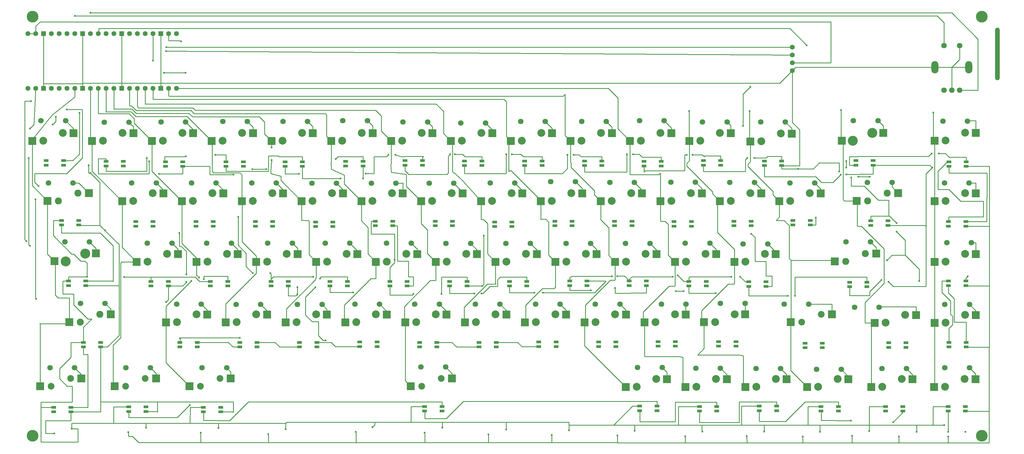
<source format=gbl>
G04 Layer: BottomLayer*
G04 EasyEDA v6.5.48, 2025-03-21 03:43:35*
G04 8df40c406dd64a40a88ac0f89ec13ad7,969951738f564c6b9e5867b4eeab67b3,10*
G04 Gerber Generator version 0.2*
G04 Scale: 100 percent, Rotated: No, Reflected: No *
G04 Dimensions in inches *
G04 leading zeros omitted , absolute positions ,3 integer and 6 decimal *
%FSLAX36Y36*%
%MOIN*%

%AMMACRO1*21,1,$1,$2,0,0,$3*%
%ADD10C,0.0100*%
%ADD11R,0.0630X0.0323*%
%ADD12MACRO1,0.0984X0.1004X0.0000*%
%ADD13C,0.1000*%
%ADD14C,0.0900*%
%ADD15C,0.0709*%
%ADD16C,0.1500*%
%ADD17C,0.0860*%
%ADD18C,0.1270*%
%ADD19C,0.0630*%
%ADD20O,0.09055099999999999X0.15747999999999998*%
%ADD21R,0.0630X0.0630*%
%ADD22O,0.059054999999999996X0.674999*%
%ADD23C,0.0244*%
%ADD24C,0.0159*%

%LPD*%
D10*
X9180240Y840000D02*
G01*
X9150000Y809760D01*
X9150000Y440000D01*
X9365240Y224760D01*
X9365240Y65000D01*
X10335240Y535470D02*
G01*
X10405000Y535470D01*
X10405000Y630000D01*
X9970000Y1295000D02*
G01*
X9970000Y1255000D01*
X10180493Y1255000D01*
X10180493Y1255000D02*
G01*
X10375000Y1255000D01*
X10450000Y1330000D01*
X10705000Y1330000D01*
X10705000Y1220000D01*
X11550000Y150000D02*
G01*
X11380000Y150000D01*
X11315000Y85000D01*
X11440000Y450000D02*
G01*
X11550000Y340000D01*
X11550000Y150000D01*
X11340000Y650000D02*
G01*
X11350000Y650000D01*
X11440000Y560000D01*
X10795000Y1270000D02*
G01*
X10795000Y1355000D01*
X11025000Y1035000D02*
G01*
X10860000Y1035000D01*
X10860000Y1145000D01*
X11109799Y589499D02*
G01*
X11109799Y650000D01*
X11340000Y650000D01*
X11340000Y855000D01*
X11205000Y855000D01*
X11025000Y1035000D01*
X11815000Y520000D02*
G01*
X11815000Y-250000D01*
X11395000Y-250000D01*
X11335000Y-190000D01*
X11895000Y1270000D02*
G01*
X11815000Y1190000D01*
X11815000Y520000D01*
X11804530Y530470D01*
X11330240Y530470D01*
X1250000Y530500D02*
G01*
X1495000Y285500D01*
X1495000Y-239529D01*
X1070240Y-239529D01*
X1440200Y-1525000D02*
G01*
X1420000Y-1504800D01*
X1420000Y-1000000D01*
X1515000Y-905000D01*
X1515000Y50000D01*
X1530000Y65000D01*
X1720200Y65000D01*
X1250000Y1010000D02*
G01*
X1250000Y1080000D01*
X1130000Y1200000D01*
X980240Y530470D02*
G01*
X1250000Y530470D01*
X1250000Y1010000D01*
X12625000Y520500D02*
G01*
X12625000Y-250000D01*
X12619530Y-244529D01*
X12325240Y-244529D01*
X12330200Y1285500D02*
G01*
X12625000Y1285500D01*
X12625000Y520500D01*
X12325200Y520500D01*
X12550000Y640000D02*
G01*
X12104799Y639800D01*
X12104799Y579499D01*
X12109759Y1344529D02*
G01*
X12089530Y1344529D01*
X11970000Y1225000D01*
X11970000Y990000D01*
X12110000Y990000D01*
X12260000Y840000D01*
X12550000Y840000D01*
X12550000Y640000D01*
X12109799Y1285500D02*
G01*
X12109799Y1200000D01*
X12595000Y1200000D01*
X12594499Y579499D01*
X12325200Y579499D01*
X11980000Y1450000D02*
G01*
X12065000Y1450000D01*
X12110000Y1405000D01*
X12330200Y1404800D01*
X12330200Y1344499D01*
X10919759Y1300470D02*
G01*
X10835000Y1300470D01*
X10835000Y1410000D01*
X10945000Y1410000D01*
X10950000Y1415000D01*
X11850000Y1415000D01*
X11885000Y1450000D01*
X11140240Y1300470D02*
G01*
X11864530Y1300470D01*
X11895000Y1270000D01*
X10950000Y1155000D02*
G01*
X11095000Y1155000D01*
X9749760Y1295470D02*
G01*
X9749760Y1155000D01*
X10405000Y1155000D01*
X10480000Y1080000D01*
X10625000Y1080000D01*
X10725000Y1180000D01*
X10795000Y1185000D02*
G01*
X11140200Y1185199D01*
X11140200Y1300500D01*
X9620000Y1395000D02*
G01*
X9770000Y1395000D01*
X9790000Y1415000D01*
X9970200Y1414800D01*
X9970200Y1354499D01*
X8969759Y1300470D02*
G01*
X8969759Y1220000D01*
X9505000Y1220000D01*
X9505000Y1370000D01*
X9530000Y1395000D01*
X10105000Y2510000D02*
G01*
X10105000Y1850000D01*
X10200000Y1755000D01*
X10200000Y1295000D01*
X10195000Y1295000D01*
X9970000Y1295000D01*
X8830000Y1435000D02*
G01*
X8955000Y1435000D01*
X8980000Y1410000D01*
X8990000Y1420000D01*
X9190200Y1419800D01*
X9190200Y1359499D01*
X8209759Y1290470D02*
G01*
X8209759Y1215000D01*
X8224759Y1230000D01*
X8730000Y1230000D01*
X8730000Y1435000D01*
X8755000Y1435000D01*
X8070000Y1440000D02*
G01*
X8150000Y1440000D01*
X8185000Y1405000D01*
X8430200Y1404800D01*
X8430200Y1349499D01*
X7449759Y1295470D02*
G01*
X7449759Y1215000D01*
X7990000Y1215000D01*
X7990000Y1440000D01*
X7310000Y1435000D02*
G01*
X7380000Y1435000D01*
X7405000Y1410000D01*
X7670200Y1409800D01*
X7670200Y1354499D01*
X6684759Y1295470D02*
G01*
X6684759Y1195000D01*
X7165000Y1195000D01*
X7230000Y1260000D01*
X7230000Y1435000D01*
X6520000Y1440000D02*
G01*
X6635000Y1440000D01*
X6665000Y1410000D01*
X6905200Y1409800D01*
X6905200Y1354499D01*
X5914759Y1295470D02*
G01*
X5914759Y1195000D01*
X6445000Y1195000D01*
X6445000Y1440000D01*
X5790000Y1440000D02*
G01*
X5890000Y1440000D01*
X5920000Y1410000D01*
X6135200Y1409800D01*
X6135200Y1354499D01*
X5154759Y1300470D02*
G01*
X5154759Y1230239D01*
X5200000Y1185000D01*
X5690000Y1185000D01*
X5705000Y1200000D01*
X5705000Y1415000D01*
X5730000Y1440000D01*
X5030000Y1435000D02*
G01*
X5105000Y1410000D01*
X5145000Y1410000D01*
X5150000Y1410000D01*
X5160000Y1415000D01*
X5390000Y1415000D01*
X5375240Y1400239D01*
X5375240Y1359529D01*
X4650000Y1195000D02*
G01*
X4755000Y1195000D01*
X4755000Y1410000D01*
X4915000Y1410000D01*
X4940000Y1435000D01*
X4650000Y1195000D02*
G01*
X4755000Y1195000D01*
X4755000Y1410000D01*
X4265000Y1380000D02*
G01*
X4295000Y1410000D01*
X4615200Y1409800D01*
X4615200Y1349499D01*
X3619759Y1285470D02*
G01*
X3619759Y1190000D01*
X3795000Y1190000D01*
X4615000Y1130000D02*
G01*
X4615200Y1290500D01*
X3840240Y1285470D02*
G01*
X3840240Y1130000D01*
X4330000Y1130000D01*
X5155200Y-710000D02*
G01*
X5145000Y-699800D01*
X5145000Y-505000D01*
X5475200Y-174800D01*
X5545200Y-174800D01*
X5545200Y65000D01*
X5920200Y-710000D02*
G01*
X5910000Y-699800D01*
X5910000Y-515000D01*
X6205000Y-220000D01*
X6315000Y-220000D01*
X6310200Y-215199D01*
X6310200Y65000D01*
X6685200Y-710000D02*
G01*
X6695000Y-700199D01*
X6695000Y-490000D01*
X6910000Y-275000D01*
X7060000Y-275000D01*
X7075200Y-259800D01*
X7075200Y65000D01*
X7450200Y-710000D02*
G01*
X7460000Y-700199D01*
X7460000Y-490000D01*
X7780000Y-170000D01*
X7835000Y-170000D01*
X7840200Y-164800D01*
X7840200Y65000D01*
X8215200Y-710000D02*
G01*
X8200000Y-694800D01*
X8200000Y-575000D01*
X8530000Y-245000D01*
X8600000Y-245000D01*
X8605200Y-239800D01*
X8605200Y65000D01*
X8975200Y-705000D02*
G01*
X8945000Y-674800D01*
X8945000Y-560000D01*
X9285000Y-220000D01*
X9355000Y-220000D01*
X9365200Y-209800D01*
X9365200Y65000D01*
X10930200Y845000D02*
G01*
X10935000Y840199D01*
X10935000Y525000D01*
X10940000Y520000D01*
X10990000Y520000D01*
X11280000Y230000D01*
X11280000Y-210000D01*
X11035000Y-455000D01*
X11035000Y-715000D01*
X11160200Y-715000D01*
X9940200Y840000D02*
G01*
X9860000Y920199D01*
X9860000Y965000D01*
X9540000Y1285000D01*
X9540000Y1315000D01*
X9570200Y1345199D01*
X9570200Y1605000D01*
X9180200Y840000D02*
G01*
X9085000Y935199D01*
X9085000Y960000D01*
X8755000Y1290000D01*
X8755000Y1325000D01*
X8790200Y1360199D01*
X8790200Y1610000D01*
X8030000Y1610000D02*
G01*
X8030000Y1180000D01*
X8400000Y1180000D01*
X8420200Y1200199D01*
X8420200Y840000D01*
X7655200Y840000D02*
G01*
X7575000Y920199D01*
X7575000Y975000D01*
X7275000Y1275000D01*
X7275000Y1335000D01*
X7270200Y1339800D01*
X7270200Y1610000D01*
X6505200Y1610000D02*
G01*
X6480000Y1584800D01*
X6480000Y1220000D01*
X6490000Y1230000D01*
X6510000Y1230000D01*
X6890200Y849800D01*
X6890200Y840000D01*
X5740240Y1610000D02*
G01*
X5760000Y1590239D01*
X5760000Y1225000D01*
X5770000Y1205000D01*
X5785000Y1200000D01*
X5890000Y1105000D01*
X6125240Y840000D01*
X5360200Y840000D02*
G01*
X5170000Y1030199D01*
X5170000Y1185000D01*
X4975000Y1210000D01*
X4970000Y1310000D01*
X4975200Y1315199D01*
X4975200Y1610000D01*
X4595200Y840000D02*
G01*
X4375000Y1060199D01*
X4375000Y1175000D01*
X4210000Y1250000D01*
X4205000Y1335000D01*
X4210200Y1340199D01*
X4210200Y1610000D01*
X10105000Y2710000D02*
G01*
X2095000Y2760000D01*
X465000Y1035000D02*
G01*
X415000Y1085000D01*
X415000Y1195000D01*
X825000Y1195000D01*
X1025000Y1395000D01*
X1025000Y2015000D01*
X825000Y2015000D01*
X2290000Y2885000D02*
G01*
X2280000Y2895000D01*
X2130000Y2895000D01*
X2131059Y2896060D01*
X2131059Y2983380D01*
X1930000Y2640000D02*
G01*
X1931059Y2641060D01*
X1931059Y2983380D01*
X2345000Y2485000D02*
G01*
X2070000Y2485000D01*
X10740240Y1615000D02*
G01*
X10730000Y1625239D01*
X10730000Y2015000D01*
X11925240Y1615000D02*
G01*
X11910000Y1630239D01*
X11910000Y1975000D01*
X9570240Y1605000D02*
G01*
X9560000Y1615239D01*
X9560000Y1995000D01*
X8790240Y1610000D02*
G01*
X8785000Y1615239D01*
X8785000Y1995000D01*
X7270240Y1610000D02*
G01*
X7200000Y1680239D01*
X7200000Y2210000D01*
X7175000Y2185000D01*
X2135000Y2185000D01*
X2131059Y2188939D01*
X2131059Y2283389D01*
X8030240Y1610000D02*
G01*
X7875000Y1765239D01*
X7875000Y2160000D01*
X7751610Y2283389D01*
X2231059Y2283389D01*
X6505240Y1610000D02*
G01*
X6450000Y1665239D01*
X6450000Y2115000D01*
X6420000Y2145000D01*
X1930000Y2145000D01*
X1931059Y2146060D01*
X1931059Y2283389D01*
X5740240Y1610000D02*
G01*
X5645000Y1705239D01*
X5645000Y1990000D01*
X5550000Y2085000D01*
X1830000Y2085000D01*
X1831059Y2086060D01*
X1831059Y2283389D01*
X4975240Y1610000D02*
G01*
X4850000Y1735239D01*
X4850000Y1930000D01*
X4775000Y2005000D01*
X2470000Y2005000D01*
X2440000Y2035000D01*
X1745000Y2035000D01*
X1731059Y2048939D01*
X1731059Y2283389D01*
X4210240Y1610000D02*
G01*
X4150000Y1670239D01*
X4150000Y1945000D01*
X4135000Y1960000D01*
X2455000Y1960000D01*
X2415000Y2000000D01*
X1715000Y2000000D01*
X1655000Y2060000D01*
X1630000Y2060000D01*
X1631059Y2061060D01*
X1631059Y2283389D01*
X3445240Y1610000D02*
G01*
X3355000Y1700239D01*
X3355000Y1855000D01*
X3290000Y1920000D01*
X2435000Y1920000D01*
X2390000Y1965000D01*
X1715000Y1965000D01*
X1660000Y2020000D01*
X1425000Y2020000D01*
X1431069Y2026069D01*
X1431069Y2283389D01*
X2680240Y1610000D02*
G01*
X2365240Y1925000D01*
X1710000Y1925000D01*
X1660000Y1975000D01*
X1655000Y1980000D01*
X1645000Y1985000D01*
X1325000Y1985000D01*
X1331069Y1991069D01*
X1331069Y2283389D01*
X435000Y-410000D02*
G01*
X425000Y-400000D01*
X425000Y865000D01*
X645000Y1820000D02*
G01*
X685000Y1860000D01*
X685000Y1920000D01*
X385199Y1610000D02*
G01*
X385199Y1630199D01*
X640000Y1945000D01*
X930000Y2175000D01*
X930000Y2282300D01*
X931099Y2283400D01*
X355000Y270000D02*
G01*
X340000Y285000D01*
X340000Y1395000D01*
X5124799Y940000D02*
G01*
X5125000Y1075000D01*
X5120000Y1070000D01*
X5037500Y1070000D01*
X310000Y330000D02*
G01*
X290000Y350000D01*
X290000Y2120000D01*
X370000Y2120000D01*
X11160240Y-715000D02*
G01*
X11115240Y-760000D01*
X11115240Y-1535000D01*
X10740240Y1615000D02*
G01*
X10755000Y1600239D01*
X10755000Y860000D01*
X10770000Y845000D01*
X10930240Y845000D01*
X11925240Y1615000D02*
G01*
X11925240Y840000D01*
X11925240Y840000D02*
G01*
X11925240Y65000D01*
X11925240Y65000D02*
G01*
X11925240Y-715000D01*
X11920240Y-1535000D02*
G01*
X11925240Y-1530000D01*
X11925240Y-715000D01*
X10295240Y-1535000D02*
G01*
X10085240Y-1325000D01*
X10085240Y-705000D01*
X10085200Y-705000D02*
G01*
X10090000Y-700199D01*
X10090000Y85000D01*
X10158300Y85000D01*
X10650240Y70000D02*
G01*
X10635240Y85000D01*
X10090000Y85000D01*
X10065000Y110000D01*
X10065000Y530000D01*
X10000000Y595000D01*
X9900000Y595000D01*
X9940240Y635239D01*
X9940240Y840000D01*
X9504759Y-605000D02*
G01*
X9502479Y-602719D01*
X9502479Y-465000D01*
X8605240Y65000D02*
G01*
X8520000Y150239D01*
X8520000Y545000D01*
X8480000Y585000D01*
X8425000Y585000D01*
X8420240Y589760D01*
X8420240Y840000D01*
X7840240Y65000D02*
G01*
X7760000Y145239D01*
X7760000Y500000D01*
X7655240Y604760D01*
X7655240Y840000D01*
X7975240Y-1535000D02*
G01*
X7450240Y-1010000D01*
X7450240Y-710000D01*
X7075240Y65000D02*
G01*
X6990000Y150239D01*
X6990000Y575000D01*
X6955000Y610000D01*
X6885000Y610000D01*
X6890240Y615239D01*
X6890240Y840000D01*
X6310200Y65000D02*
G01*
X6210000Y165199D01*
X6210000Y555000D01*
X6160000Y605000D01*
X6125200Y605199D01*
X6125200Y840000D01*
X5225240Y-1525000D02*
G01*
X5155240Y-1455000D01*
X5155240Y-710000D01*
X5545240Y65000D02*
G01*
X5440000Y170239D01*
X5440000Y475000D01*
X5360240Y554760D01*
X5360240Y840000D01*
X4780240Y65000D02*
G01*
X4680000Y165239D01*
X4680000Y505000D01*
X4595240Y589760D01*
X4595240Y840000D01*
X4015200Y65000D02*
G01*
X3925000Y155199D01*
X3925000Y585000D01*
X3915000Y595000D01*
X3830200Y595199D01*
X3830200Y840000D01*
X3065240Y840000D02*
G01*
X3070000Y835239D01*
X3070000Y320000D01*
X3250240Y139760D01*
X3250240Y65000D01*
X355000Y1770000D02*
G01*
X405000Y1820000D01*
X431069Y2283389D01*
X431100Y2283400D01*
X11459760Y945000D02*
G01*
X11382479Y1022280D01*
X11382479Y1080000D01*
X2395240Y-1525000D02*
G01*
X2095240Y-1225000D01*
X2095240Y-710000D01*
X2300240Y840000D02*
G01*
X1915240Y1225000D01*
X1915240Y1610000D01*
X1915240Y1610000D02*
G01*
X1690000Y1835239D01*
X1690000Y1895000D01*
X1625000Y1960000D01*
X1230000Y1960000D01*
X1231069Y1961069D01*
X1231069Y2283389D01*
X1720240Y65000D02*
G01*
X1535240Y250000D01*
X1535240Y840000D01*
X1535240Y840000D02*
G01*
X1150240Y1225000D01*
X1150240Y1610000D01*
X1150240Y1610000D02*
G01*
X1131069Y1629169D01*
X1131069Y2283389D01*
X860240Y-705000D02*
G01*
X840240Y-725000D01*
X480000Y-725000D01*
X485239Y-730239D01*
X485239Y-1525000D01*
X670199Y75000D02*
G01*
X680000Y65199D01*
X680000Y-360000D01*
X715000Y-395000D01*
X860200Y-395199D01*
X860200Y-705000D01*
X580239Y845000D02*
G01*
X580239Y165000D01*
X670239Y75000D01*
X385239Y1610000D02*
G01*
X385239Y1040000D01*
X580239Y845000D01*
X12244989Y2259560D02*
G01*
X12480000Y2259560D01*
X12480000Y2915000D01*
X12145000Y3250000D01*
X1130000Y3250000D01*
X2031059Y2350000D02*
G01*
X9945000Y2350000D01*
X10105000Y2510000D01*
X2031059Y2283389D02*
G01*
X2031059Y2983380D01*
X12044989Y2830430D02*
G01*
X12044989Y3125010D01*
X11960000Y3210000D01*
X930000Y3210000D01*
X431100Y2983400D02*
G01*
X431100Y3081100D01*
X485000Y3135000D01*
X10600000Y3135000D01*
X10600000Y2610000D01*
X10105000Y2610000D01*
X10290000Y2835000D02*
G01*
X10075000Y3050000D01*
X1235000Y3050000D01*
X1235000Y2987300D01*
X1231099Y2983400D01*
X1031069Y2983380D02*
G01*
X1031069Y2340000D01*
X531069Y2983380D02*
G01*
X531069Y2338321D01*
X531069Y2283389D02*
G01*
X531069Y2345000D01*
X1031069Y2345000D01*
X1531069Y2983380D02*
G01*
X1531069Y2350000D01*
X1031069Y2283389D02*
G01*
X1031069Y2350000D01*
X1531069Y2350000D01*
X1531069Y2283389D02*
G01*
X1531069Y2350000D01*
X2031059Y2350000D01*
X10105000Y2810000D02*
G01*
X2100000Y2810000D01*
X331069Y2983380D02*
G01*
X431069Y2983380D01*
X6449759Y-610000D02*
G01*
X6449759Y-557280D01*
X6367479Y-475000D01*
X5754759Y-1425000D02*
G01*
X5754759Y-1362280D01*
X5672479Y-1280000D01*
X2924759Y-1425000D02*
G01*
X2924759Y-1342280D01*
X2872479Y-1290000D01*
X1969759Y-1425000D02*
G01*
X1969759Y-1362280D01*
X1897479Y-1290000D01*
X1014759Y-1425000D02*
G01*
X1014759Y-1377280D01*
X927479Y-1290000D01*
X1199759Y175000D02*
G01*
X1199759Y237719D01*
X1117479Y320000D01*
X2249759Y165000D02*
G01*
X2249759Y227719D01*
X2172479Y305000D01*
X3014759Y165000D02*
G01*
X3014759Y222719D01*
X2932479Y305000D01*
X3779759Y165000D02*
G01*
X3779759Y237719D01*
X3712479Y305000D01*
X4544759Y165000D02*
G01*
X4544759Y207719D01*
X4447479Y305000D01*
X5309759Y165000D02*
G01*
X5309759Y227719D01*
X5232479Y305000D01*
X6074759Y165000D02*
G01*
X6074759Y217719D01*
X5992479Y300000D01*
X6839759Y165000D02*
G01*
X6839759Y217719D01*
X6757479Y300000D01*
X7604759Y165000D02*
G01*
X7604759Y222719D01*
X7527479Y300000D01*
X8369759Y165000D02*
G01*
X8369759Y217719D01*
X8287479Y300000D01*
X9134759Y165000D02*
G01*
X9134759Y222719D01*
X9052479Y305000D01*
X9894759Y165000D02*
G01*
X9894759Y192719D01*
X9792479Y295000D01*
X11179759Y170000D02*
G01*
X11179759Y247719D01*
X11107479Y320000D01*
X10469759Y940000D02*
G01*
X10469759Y997719D01*
X10392479Y1075000D01*
X9709759Y940000D02*
G01*
X9709759Y992719D01*
X9622479Y1080000D01*
X8184759Y940000D02*
G01*
X8184759Y982719D01*
X8087479Y1080000D01*
X8949759Y940000D02*
G01*
X8949759Y1002719D01*
X8867479Y1085000D01*
X7419759Y940000D02*
G01*
X7419759Y1002719D01*
X7332479Y1090000D01*
X6654759Y940000D02*
G01*
X6654759Y977719D01*
X6557479Y1075000D01*
X5889759Y940000D02*
G01*
X5889759Y957719D01*
X5777479Y1070000D01*
X4359759Y940000D02*
G01*
X4359759Y987719D01*
X4277479Y1070000D01*
X3594759Y940000D02*
G01*
X3594759Y987719D01*
X3507479Y1075000D01*
X2829759Y940000D02*
G01*
X2829759Y982719D01*
X2737479Y1075000D01*
X2064759Y940000D02*
G01*
X2064759Y982719D01*
X1972479Y1075000D01*
X1109759Y945000D02*
G01*
X979759Y1075000D01*
X907479Y1075000D01*
X1389759Y-605000D02*
G01*
X1389759Y-537280D01*
X1317479Y-465000D01*
X2624759Y-610000D02*
G01*
X2624759Y-552280D01*
X2547479Y-475000D01*
X3389759Y-610000D02*
G01*
X3389759Y-562280D01*
X3307479Y-480000D01*
X4154759Y-610000D02*
G01*
X4154759Y-542280D01*
X4092479Y-480000D01*
X4919759Y-610000D02*
G01*
X4919759Y-567280D01*
X4827479Y-475000D01*
X5684759Y-610000D02*
G01*
X5684759Y-567280D01*
X5592479Y-475000D01*
X7214759Y-610000D02*
G01*
X7214759Y-552280D01*
X7137479Y-475000D01*
X7979759Y-610000D02*
G01*
X7979759Y-552280D01*
X7902479Y-475000D01*
X8744759Y-610000D02*
G01*
X8744759Y-477719D01*
X8747479Y-475000D01*
X10614759Y-605000D02*
G01*
X10614759Y-475000D01*
X10317479Y-475000D01*
X11689759Y-615000D02*
G01*
X11689759Y-510000D01*
X11222479Y-510000D01*
X11217479Y-515000D01*
X11928459Y2554839D02*
G01*
X10149840Y2554839D01*
X10105000Y2510000D01*
X12244989Y2830430D02*
G01*
X12244989Y2654839D01*
X12144989Y2554839D01*
X12144989Y2259560D02*
G01*
X12144989Y2554839D01*
X11928459Y2554839D02*
G01*
X12361530Y2554839D01*
X8504759Y-1435000D02*
G01*
X8504759Y-1347280D01*
X8442479Y-1285000D01*
X9269759Y-1435000D02*
G01*
X9269759Y-1377280D01*
X9187479Y-1295000D01*
X10034759Y-1435000D02*
G01*
X10034759Y-1377280D01*
X9957479Y-1300000D01*
X10824759Y-1435000D02*
G01*
X10824759Y-1402280D01*
X10732479Y-1310000D01*
X11644759Y-1435000D02*
G01*
X11644759Y-1377280D01*
X11567479Y-1300000D01*
X12449759Y-1435000D02*
G01*
X12449759Y-1367280D01*
X12372479Y-1290000D01*
X12454759Y-615000D02*
G01*
X12454759Y-562280D01*
X12372479Y-480000D01*
X12454759Y165000D02*
G01*
X12454759Y310000D01*
X12397479Y310000D01*
X12454759Y940000D02*
G01*
X12454759Y1075000D01*
X12367479Y1075000D01*
X12454759Y1715000D02*
G01*
X12454759Y1870000D01*
X12352479Y1870000D01*
X12347479Y1865000D01*
X11269759Y1715000D02*
G01*
X11269759Y1802719D01*
X11202479Y1870000D01*
X10099759Y1705000D02*
G01*
X10099759Y1772719D01*
X10017479Y1855000D01*
X9319759Y1710000D02*
G01*
X9319759Y1807719D01*
X9272479Y1855000D01*
X8559759Y1710000D02*
G01*
X8559759Y1777719D01*
X8467479Y1870000D01*
X7799759Y1710000D02*
G01*
X7799759Y1787719D01*
X7727479Y1860000D01*
X7034759Y1710000D02*
G01*
X7034759Y1772719D01*
X6947479Y1860000D01*
X6269759Y1710000D02*
G01*
X6269759Y1752719D01*
X6182479Y1840000D01*
X5504759Y1710000D02*
G01*
X5504759Y1792719D01*
X5442479Y1855000D01*
X4739759Y1710000D02*
G01*
X4739759Y1802719D01*
X4672479Y1870000D01*
X3974759Y1710000D02*
G01*
X3974759Y1792719D01*
X3907479Y1860000D01*
X3209759Y1710000D02*
G01*
X3209759Y1787719D01*
X3137479Y1860000D01*
X2444759Y1710000D02*
G01*
X2444759Y1757719D01*
X2347479Y1855000D01*
X1679759Y1710000D02*
G01*
X1679759Y1792719D01*
X1622479Y1850000D01*
X914759Y1710000D02*
G01*
X914759Y1767719D01*
X812479Y1870000D01*
X4390200Y-710000D02*
G01*
X4375000Y-694800D01*
X4375000Y-490000D01*
X4715200Y-149800D01*
X4780200Y-149800D01*
X4780200Y65000D01*
X3625200Y-710000D02*
G01*
X3635000Y-700199D01*
X3635000Y-535000D01*
X4010000Y-160000D01*
X4010000Y-145000D01*
X4015200Y-139800D01*
X4015200Y65000D01*
X3250200Y65000D02*
G01*
X3250200Y-84800D01*
X2860200Y-474800D01*
X2860200Y-710000D01*
X8740200Y-1535000D02*
G01*
X8705000Y-1499800D01*
X8705000Y-1155000D01*
X8670000Y-1145000D01*
X8215200Y-1145000D01*
X8215200Y-710000D01*
X9505200Y-1535000D02*
G01*
X9480000Y-1509800D01*
X9480000Y-1135000D01*
X9430000Y-1125000D01*
X8895000Y-1125000D01*
X8975200Y-1044800D01*
X8975200Y-705000D01*
X785240Y1359529D02*
G01*
X904530Y1359529D01*
X990000Y1445000D01*
X990000Y1970000D01*
X9475000Y1805000D02*
G01*
X9475000Y2210000D01*
X9570000Y2305000D01*
X1105000Y1300470D02*
G01*
X1105000Y1200000D01*
X1130000Y1200000D01*
X1329759Y1349529D02*
G01*
X1329759Y1385000D01*
X1230000Y1385000D01*
X1230000Y1190000D01*
X1880000Y1190000D01*
X1880000Y1350000D01*
X2310240Y1285470D02*
G01*
X2310240Y1190000D01*
X2005000Y1190000D01*
X1329759Y1290470D02*
G01*
X1329759Y1225000D01*
X1850000Y1225000D01*
X1850000Y1395000D01*
X2864760Y1344529D02*
G01*
X2864760Y1435000D01*
X2725000Y1435000D01*
X2080000Y1350000D02*
G01*
X2080000Y1410000D01*
X2345000Y1410000D01*
X2350000Y1415000D01*
X2310240Y1285470D02*
G01*
X2655000Y1285470D01*
X2655000Y1180000D01*
X2960000Y1180000D01*
X2680200Y1610000D02*
G01*
X2685000Y1605199D01*
X2685000Y1225000D01*
X2705000Y1205000D01*
X3040000Y1205000D01*
X3065200Y1179800D01*
X3065200Y840000D01*
X3830200Y840000D02*
G01*
X3565000Y1105199D01*
X3565000Y1160000D01*
X3435000Y1195000D01*
X3440000Y1315000D01*
X3445200Y1330199D01*
X3445200Y1365999D01*
X3445200Y1526700D02*
G01*
X3445200Y1610000D01*
X2864759Y1285470D02*
G01*
X2864759Y1225000D01*
X3405000Y1225000D01*
X3405000Y1420000D01*
X3530000Y1420000D01*
X3540000Y1410000D01*
X3840240Y1410000D01*
X3840240Y1344529D01*
X3200000Y1250000D02*
G01*
X3380000Y1250000D01*
X2485200Y65000D02*
G01*
X2485200Y114800D01*
X2300200Y299800D01*
X2300200Y840000D01*
X1085000Y-125000D02*
G01*
X1085000Y-125000D01*
X849799Y-125199D01*
X849799Y-180500D01*
X759800Y594499D02*
G01*
X655000Y594499D01*
X655000Y400000D01*
X890000Y165000D01*
X915000Y165000D01*
X1005000Y75000D01*
X1060000Y75000D01*
X1085000Y50000D01*
X1085000Y-125000D01*
X759760Y535470D02*
G01*
X759760Y435000D01*
X1255000Y435000D01*
X1420000Y270000D01*
X1420000Y-185000D01*
X1415469Y-180470D01*
X1070240Y-180470D01*
X1495000Y-239529D02*
G01*
X1495000Y-875000D01*
X1345469Y-1024529D01*
X1260240Y-1024529D01*
X1260200Y-1024499D02*
G01*
X1259799Y-1854499D01*
X880200Y-1854499D01*
X890200Y-2070500D02*
G01*
X970000Y-2070500D01*
X970000Y-2240000D01*
X495000Y-2240000D01*
X495500Y-1795500D01*
X659800Y-1795500D01*
X495500Y-1795500D02*
G01*
X495500Y-1730000D01*
X895000Y-1730000D01*
X895000Y-1525000D01*
X830000Y-1525000D01*
X735000Y-1430000D01*
X735000Y-1300000D01*
X880000Y-1155000D01*
X880500Y-965500D01*
X1039799Y-965500D01*
X1039759Y-965470D02*
G01*
X1039759Y-770239D01*
X1145000Y-665000D01*
X1095000Y-665000D01*
X915000Y-485000D01*
X915000Y-345000D01*
X775000Y-345000D01*
X775000Y-185000D01*
X779530Y-180470D01*
X849759Y-180470D01*
X2267500Y433099D02*
G01*
X2267500Y265000D01*
X2290000Y265000D01*
X2355000Y200000D01*
X2355000Y-97224D01*
X2125240Y-244529D02*
G01*
X2125240Y-419760D01*
X2095000Y-450000D01*
X1259861Y-1727719D02*
G01*
X1985000Y-1727719D01*
X1985000Y-1855000D01*
X1979530Y-1849529D01*
X1840240Y-1849529D01*
X1985000Y-1727719D02*
G01*
X2955000Y-1727719D01*
X2955000Y-1860000D01*
X2949530Y-1854529D01*
X2795240Y-1854529D01*
X1840000Y-2000000D02*
G01*
X2765000Y-2000000D01*
X2765000Y-2060000D01*
X2765000Y-2000000D02*
G01*
X3625000Y-2000000D01*
X3625000Y-2075000D01*
X3625000Y-2000000D02*
G01*
X3640000Y-1985000D01*
X4765000Y-1985000D01*
X4765000Y-2020000D01*
X4735000Y-2050000D01*
X4765000Y-1985000D02*
G01*
X5630000Y-1985000D01*
X5630000Y-2055000D01*
X5630000Y-1985000D02*
G01*
X6445000Y-1985000D01*
X6445000Y-2080000D01*
X2580000Y-155000D02*
G01*
X2580000Y-120000D01*
X2885200Y-120199D01*
X2885200Y-185500D01*
X3018189Y640000D02*
G01*
X3018189Y280000D01*
X3018189Y276810D01*
X3120000Y175000D01*
X3120000Y5000D01*
X3205000Y-80000D01*
X1911882Y-130000D02*
G01*
X1560000Y-130000D01*
X2355000Y-189499D02*
G01*
X2355000Y-200000D01*
X2309499Y-244499D01*
X2125200Y-244499D01*
X2095200Y-710000D02*
G01*
X2095200Y-504800D01*
X2420799Y-179200D01*
X2485200Y-114800D02*
G01*
X2485200Y65000D01*
X1904759Y-185470D02*
G01*
X1904759Y-130000D01*
X2470000Y-130000D01*
X2525469Y-185470D01*
X2664759Y-185470D01*
X2485200Y65000D02*
G01*
X2485200Y-114800D01*
X2499799Y-114800D01*
X2520000Y-135000D01*
X3660240Y-244529D02*
G01*
X3660240Y-370000D01*
X3755000Y-370000D01*
X3775000Y-350000D01*
X3439759Y-185470D02*
G01*
X3439759Y-89760D01*
X3430000Y-80000D01*
X3439759Y-185470D02*
G01*
X3439759Y-155239D01*
X3470000Y-125000D01*
X3980000Y-125000D01*
X4065000Y-150000D02*
G01*
X4065000Y-140000D01*
X4080000Y-125000D01*
X4415200Y-125199D01*
X4415200Y-185500D01*
X4194760Y-244529D02*
G01*
X4194760Y-325000D01*
X4490000Y-325000D01*
X5180240Y-244529D02*
G01*
X5260000Y-244529D01*
X5260000Y-125000D01*
X5195000Y-125000D01*
X5195000Y75000D01*
X5055000Y75000D01*
X5055000Y520000D01*
X5049530Y525470D01*
X4995240Y525470D01*
X4959799Y-185500D02*
G01*
X4959799Y-5199D01*
X5020000Y55000D01*
X5020000Y420000D01*
X4720000Y420000D01*
X4720500Y584499D01*
X4774799Y584499D01*
X4959759Y-244529D02*
G01*
X4959759Y-360000D01*
X5245000Y-360000D01*
X5260000Y-345000D01*
X5620000Y-345000D02*
G01*
X5620000Y-130000D01*
X5945200Y-130199D01*
X5945200Y-185500D01*
X6139499Y-244499D02*
G01*
X6139499Y-244499D01*
X5945200Y-244499D01*
X6159799Y400000D02*
G01*
X6159799Y-225199D01*
X6139499Y-244499D01*
X5724759Y-244529D02*
G01*
X5724759Y-340000D01*
X6040000Y-340000D01*
X6130000Y-340000D02*
G01*
X6150000Y-340000D01*
X6240000Y-250000D01*
X6335000Y-250000D01*
X6335000Y-165000D01*
X6370000Y-130000D01*
X6710200Y-130199D01*
X6710200Y-185500D01*
X6489759Y-244529D02*
G01*
X6489759Y-330000D01*
X6805000Y-330000D01*
X6915000Y-330000D02*
G01*
X7585000Y-330000D01*
X7585000Y-320000D01*
X7720000Y-185000D01*
X7715469Y-180470D01*
X7480240Y-180470D01*
X7259759Y-239529D02*
G01*
X7259759Y-300000D01*
X7530000Y-300000D01*
X7840000Y-270000D02*
G01*
X7840000Y-335000D01*
X8240200Y-334800D01*
X8240200Y-239499D01*
X7259759Y-180470D02*
G01*
X7259759Y-135000D01*
X7265000Y-135000D01*
X7280000Y-120000D01*
X7505000Y-120000D01*
X7800000Y-120000D01*
X8019759Y-180470D02*
G01*
X8019759Y-174760D01*
X7960000Y-115000D01*
X7870000Y-115000D01*
X7865000Y-120000D01*
X8615000Y-310000D02*
G01*
X8715000Y-310000D01*
X8019759Y-180470D02*
G01*
X8019759Y-160239D01*
X8055000Y-125000D01*
X8575000Y-125000D01*
X8640000Y-105000D02*
G01*
X8720469Y-185470D01*
X8784759Y-185470D01*
X8784759Y-185470D02*
G01*
X8784759Y-135000D01*
X8784759Y-185470D02*
G01*
X8784759Y-135000D01*
X8794759Y-125000D01*
X9325000Y-125000D01*
X9440000Y-125000D02*
G01*
X9505469Y-190470D01*
X9549759Y-190470D01*
X8784759Y-244529D02*
G01*
X8784759Y-335000D01*
X9125000Y-335000D01*
X9770240Y-249529D02*
G01*
X9845000Y-249529D01*
X9845000Y-115000D01*
X9770000Y-115000D01*
X9770000Y70000D01*
X9630000Y70000D01*
X9630000Y375239D01*
X9580240Y425000D01*
X9549759Y-249529D02*
G01*
X9549759Y-370000D01*
X10050000Y-370000D01*
X10140000Y-370000D02*
G01*
X10140000Y-130000D01*
X11060200Y-130199D01*
X11060200Y-195500D01*
X10839759Y-254529D02*
G01*
X10839759Y-365000D01*
X11095000Y-365000D01*
X11095000Y-315000D01*
X11245000Y-165000D01*
X12325240Y-180470D02*
G01*
X12325240Y-144760D01*
X12350000Y-120000D01*
X11730000Y-180470D02*
G01*
X11730000Y-30000D01*
X11550000Y150000D01*
X12624499Y-1029499D02*
G01*
X12624499Y-1845000D01*
X12315200Y-1845000D01*
X12320240Y-1844529D01*
X12099799Y-1844499D02*
G01*
X12099799Y-1950000D01*
X12099799Y-1844499D02*
G01*
X12099799Y-2110000D01*
X12624499Y-1845000D02*
G01*
X12624499Y-2250000D01*
X12100000Y-2250000D01*
X12100000Y-2170000D01*
X12100000Y-2250000D02*
G01*
X11470000Y-2250000D01*
X11470000Y-2170000D01*
X11470000Y-2250000D02*
G01*
X10870000Y-2250000D01*
X10870000Y-2160000D01*
X10870000Y-2250000D02*
G01*
X10240000Y-2250000D01*
X10240000Y-2170000D01*
X10240000Y-2250000D02*
G01*
X9525000Y-2250000D01*
X9524759Y-2164529D01*
X9525000Y-2250000D02*
G01*
X8735000Y-2250000D01*
X8735000Y-2165000D01*
X8735000Y-2250000D02*
G01*
X7870000Y-2250000D01*
X7870000Y-2155000D01*
X7870000Y-2245423D02*
G01*
X7030000Y-2245423D01*
X7030000Y-2155000D01*
X7030000Y-2245399D02*
G01*
X6220000Y-2245399D01*
X6219799Y-2144499D01*
X6220000Y-2245399D02*
G01*
X5405000Y-2245399D01*
X5404799Y-2119499D01*
X5405000Y-2245399D02*
G01*
X4525000Y-2245399D01*
X4525000Y-2120000D01*
X4525000Y-2245399D02*
G01*
X3405000Y-2245399D01*
X3404799Y-2139499D01*
X6445000Y-1985000D02*
G01*
X7250000Y-1985000D01*
X7250000Y-2085000D01*
X7250000Y-2022300D02*
G01*
X8090000Y-2022300D01*
X8090200Y-2095500D01*
X8090000Y-2022300D02*
G01*
X8950000Y-2022300D01*
X8950000Y-2100230D01*
X8955240Y-2105470D01*
X8950000Y-2022300D02*
G01*
X9745000Y-2022300D01*
X9745200Y-2105500D01*
X9745000Y-2022300D02*
G01*
X10460000Y-2022300D01*
X10460200Y-2110500D01*
X10460000Y-2022300D02*
G01*
X11090000Y-2022300D01*
X11090200Y-2100500D01*
X11090000Y-2022300D02*
G01*
X11695000Y-2022300D01*
X11695200Y-2110500D01*
X11695000Y-2022300D02*
G01*
X12050000Y-2022300D01*
X890240Y-2070470D02*
G01*
X890240Y-2000000D01*
X1840000Y-2000000D01*
X1840000Y-2055000D01*
X1619759Y-1790470D02*
G01*
X1425000Y-1790470D01*
X1425000Y-2000000D01*
X3405000Y-2245399D02*
G01*
X2540000Y-2245399D01*
X2539799Y-2119499D01*
X2540000Y-2245399D02*
G01*
X1745600Y-2245399D01*
X1666700Y-2166500D01*
X1615000Y-2166500D01*
X1614799Y-2114499D01*
X12330240Y-965470D02*
G01*
X12330240Y-705000D01*
X12175000Y-705000D01*
X12175000Y-405000D01*
X12104759Y-334760D01*
X12104759Y-239529D01*
X12104759Y-180470D02*
G01*
X12020000Y-180470D01*
X12020000Y-325000D01*
X12130000Y-435000D01*
X12130000Y-605000D01*
X12155000Y-630000D01*
X12155000Y-740000D01*
X12109759Y-785239D01*
X12109759Y-965470D01*
X12625000Y-246298D02*
G01*
X12625000Y-1025000D01*
X12330000Y-1025000D01*
X880200Y-1795500D02*
G01*
X1095000Y-1795500D01*
X1095000Y-1119800D01*
X1039799Y-1119800D01*
X1039799Y-1024499D01*
X1619759Y-1849529D02*
G01*
X1619759Y-1925000D01*
X2240000Y-1925000D01*
X2400000Y-1765000D01*
X2574759Y-1795470D02*
G01*
X2405000Y-1795470D01*
X2403000Y-2000000D01*
X2274799Y-913984D02*
G01*
X2274799Y-965500D01*
X3040000Y-905000D02*
G01*
X2274799Y-905199D01*
X2274799Y-913984D01*
X3039799Y-1024499D02*
G01*
X2954499Y-1024499D01*
X2894499Y-965500D01*
X2495200Y-965500D01*
X3804799Y-1024499D02*
G01*
X3549499Y-1024499D01*
X3489499Y-965500D01*
X3260200Y-965500D01*
X4574799Y-1019499D02*
G01*
X4264499Y-1019499D01*
X4209499Y-965500D01*
X4025200Y-965500D01*
X4135000Y-940000D02*
G01*
X4105000Y-940000D01*
X4045000Y-880000D01*
X4045000Y-700000D01*
X3965000Y-700000D01*
X3880000Y-615000D01*
X3880000Y-385000D01*
X4005000Y-260000D01*
X3775000Y-350000D02*
G01*
X3775000Y-260000D01*
X6099799Y-1024499D02*
G01*
X5814499Y-1024499D01*
X5754499Y-965500D01*
X5560200Y-965500D01*
X6864799Y-1019499D02*
G01*
X6649499Y-1019499D01*
X6594499Y-965500D01*
X6320200Y-965500D01*
X12099759Y-1785470D02*
G01*
X11905000Y-1785470D01*
X11905000Y-2022300D01*
X11299759Y-1785470D02*
G01*
X11090000Y-1785470D01*
X11090000Y-2022300D01*
X10474759Y-1785470D02*
G01*
X10305000Y-1785470D01*
X10305000Y-2022300D01*
X9684759Y-1780470D02*
G01*
X9455000Y-1780470D01*
X9455000Y-2022300D01*
X8919759Y-1785470D02*
G01*
X8650000Y-1785470D01*
X8650000Y-2022300D01*
X8154759Y-1780470D02*
G01*
X8063525Y-1780470D01*
X7821695Y-2022300D01*
X5404759Y-1785470D02*
G01*
X5230000Y-1785470D01*
X5230000Y-1985000D01*
X11520240Y-1844529D02*
G01*
X11520240Y-1859760D01*
X11395000Y-1985000D01*
X10855000Y-1965000D02*
G01*
X10474799Y-1964800D01*
X10474799Y-1844499D01*
X10695240Y-1785470D02*
G01*
X10695240Y-1725000D01*
X10270000Y-1725000D01*
X10020000Y-1975000D01*
X9685000Y-1975000D01*
X9684759Y-1970239D01*
X9684759Y-1839529D01*
X9905240Y-1780470D02*
G01*
X9905240Y-1725000D01*
X9425000Y-1725000D01*
X9425000Y-1990000D01*
X8915000Y-1990000D01*
X8919759Y-1985239D01*
X8919759Y-1844529D01*
X9140200Y-1785500D02*
G01*
X9140200Y-1730000D01*
X8610000Y-1730000D01*
X8610000Y-1980000D01*
X8154799Y-1979800D01*
X8154799Y-1839499D01*
X8375200Y-1780500D02*
G01*
X8375200Y-1720000D01*
X5900000Y-1720000D01*
X5680000Y-1940000D01*
X5404799Y-1939800D01*
X5404799Y-1844499D01*
X5625200Y-1785500D02*
G01*
X5625200Y-1725000D01*
X3150000Y-1725000D01*
X2910000Y-1965000D01*
X2574799Y-1964800D01*
X2574799Y-1854499D01*
X880200Y-1854499D02*
G01*
X880200Y-1965000D01*
X555000Y-1965000D01*
X555000Y-2130000D01*
X665000Y-2130000D01*
D11*
G01*
X1260240Y-965470D03*
G01*
X1260240Y-1024529D03*
G01*
X1039759Y-1024529D03*
G01*
X1039759Y-965470D03*
G01*
X2495240Y-965470D03*
G01*
X2495240Y-1024529D03*
G01*
X2274759Y-1024529D03*
G01*
X2274759Y-965470D03*
G01*
X12325240Y-180470D03*
G01*
X12325240Y-239529D03*
G01*
X12104759Y-239529D03*
G01*
X12104759Y-180470D03*
G01*
X2125240Y-185470D03*
G01*
X2125240Y-244529D03*
G01*
X1904759Y-244529D03*
G01*
X1904759Y-185470D03*
G01*
X1070240Y-180470D03*
G01*
X1070240Y-239529D03*
G01*
X849759Y-239529D03*
G01*
X849759Y-180470D03*
G01*
X12320240Y-1785470D03*
G01*
X12320240Y-1844529D03*
G01*
X12099759Y-1844529D03*
G01*
X12099759Y-1785470D03*
G01*
X11520240Y-1785470D03*
G01*
X11520240Y-1844529D03*
G01*
X11299759Y-1844529D03*
G01*
X11299759Y-1785470D03*
G01*
X10695240Y-1785470D03*
G01*
X10695240Y-1844529D03*
G01*
X10474759Y-1844529D03*
G01*
X10474759Y-1785470D03*
G01*
X9905240Y-1780470D03*
G01*
X9905240Y-1839529D03*
G01*
X9684759Y-1839529D03*
G01*
X9684759Y-1780470D03*
G01*
X9140240Y-1785470D03*
G01*
X9140240Y-1844529D03*
G01*
X8919759Y-1844529D03*
G01*
X8919759Y-1785470D03*
G01*
X8375240Y-1780470D03*
G01*
X8375240Y-1839529D03*
G01*
X8154759Y-1839529D03*
G01*
X8154759Y-1780470D03*
G01*
X5625240Y-1785470D03*
G01*
X5625240Y-1844529D03*
G01*
X5404759Y-1844529D03*
G01*
X5404759Y-1785470D03*
G01*
X2795240Y-1795470D03*
G01*
X2795240Y-1854529D03*
G01*
X2574759Y-1854529D03*
G01*
X2574759Y-1795470D03*
G01*
X1840240Y-1790470D03*
G01*
X1840240Y-1849529D03*
G01*
X1619759Y-1849529D03*
G01*
X1619759Y-1790470D03*
G01*
X880240Y-1795470D03*
G01*
X880240Y-1854529D03*
G01*
X659760Y-1854529D03*
G01*
X659760Y-1795470D03*
G01*
X3260240Y-965470D03*
G01*
X3260240Y-1024529D03*
G01*
X3039759Y-1024529D03*
G01*
X3039759Y-965470D03*
G01*
X4025240Y-965470D03*
G01*
X4025240Y-1024529D03*
G01*
X3804759Y-1024529D03*
G01*
X3804759Y-965470D03*
G01*
X4795240Y-960470D03*
G01*
X4795240Y-1019529D03*
G01*
X4574759Y-1019529D03*
G01*
X4574759Y-960470D03*
G01*
X5560240Y-965470D03*
G01*
X5560240Y-1024529D03*
G01*
X5339759Y-1024529D03*
G01*
X5339759Y-965470D03*
G01*
X6320240Y-965470D03*
G01*
X6320240Y-1024529D03*
G01*
X6099759Y-1024529D03*
G01*
X6099759Y-965470D03*
G01*
X7085240Y-960470D03*
G01*
X7085240Y-1019529D03*
G01*
X6864759Y-1019529D03*
G01*
X6864759Y-960470D03*
G01*
X7850240Y-960470D03*
G01*
X7850240Y-1019529D03*
G01*
X7629759Y-1019529D03*
G01*
X7629759Y-960470D03*
G01*
X8610240Y-955470D03*
G01*
X8610240Y-1014529D03*
G01*
X8389759Y-1014529D03*
G01*
X8389759Y-955470D03*
G01*
X9385240Y-955470D03*
G01*
X9385240Y-1014529D03*
G01*
X9164759Y-1014529D03*
G01*
X9164759Y-955470D03*
G01*
X10490240Y-975470D03*
G01*
X10490240Y-1034529D03*
G01*
X10269759Y-1034529D03*
G01*
X10269759Y-975470D03*
G01*
X11560240Y-970470D03*
G01*
X11560240Y-1029529D03*
G01*
X11339759Y-1029529D03*
G01*
X11339759Y-970470D03*
G01*
X11060240Y-195470D03*
G01*
X11060240Y-254529D03*
G01*
X10839759Y-254529D03*
G01*
X10839759Y-195470D03*
G01*
X9770240Y-190470D03*
G01*
X9770240Y-249529D03*
G01*
X9549759Y-249529D03*
G01*
X9549759Y-190470D03*
G01*
X9005240Y-185470D03*
G01*
X9005240Y-244529D03*
G01*
X8784759Y-244529D03*
G01*
X8784759Y-185470D03*
G01*
X8240240Y-180470D03*
G01*
X8240240Y-239529D03*
G01*
X8019759Y-239529D03*
G01*
X8019759Y-180470D03*
G01*
X7480240Y-180470D03*
G01*
X7480240Y-239529D03*
G01*
X7259759Y-239529D03*
G01*
X7259759Y-180470D03*
G01*
X6710240Y-185470D03*
G01*
X6710240Y-244529D03*
G01*
X6489759Y-244529D03*
G01*
X6489759Y-185470D03*
G01*
X5945240Y-185470D03*
G01*
X5945240Y-244529D03*
G01*
X5724759Y-244529D03*
G01*
X5724759Y-185470D03*
G01*
X5180240Y-185470D03*
G01*
X5180240Y-244529D03*
G01*
X4959759Y-244529D03*
G01*
X4959759Y-185470D03*
G01*
X4415240Y-185470D03*
G01*
X4415240Y-244529D03*
G01*
X4194759Y-244529D03*
G01*
X4194759Y-185470D03*
G01*
X3660240Y-185470D03*
G01*
X3660240Y-244529D03*
G01*
X3439759Y-244529D03*
G01*
X3439759Y-185470D03*
G01*
X2885240Y-185470D03*
G01*
X2885240Y-244529D03*
G01*
X2664759Y-244529D03*
G01*
X2664759Y-185470D03*
G01*
X980240Y594529D03*
G01*
X980240Y535470D03*
G01*
X759760Y535470D03*
G01*
X759760Y594529D03*
G01*
X12330240Y-965470D03*
G01*
X12330240Y-1024529D03*
G01*
X12109759Y-1024529D03*
G01*
X12109759Y-965470D03*
G01*
X1930240Y579529D03*
G01*
X1930240Y520470D03*
G01*
X1709759Y520470D03*
G01*
X1709759Y579529D03*
G01*
X2700240Y579529D03*
G01*
X2700240Y520470D03*
G01*
X2479759Y520470D03*
G01*
X2479759Y579529D03*
G01*
X3460240Y579529D03*
G01*
X3460240Y520470D03*
G01*
X3239759Y520470D03*
G01*
X3239759Y579529D03*
G01*
X4230240Y574529D03*
G01*
X4230240Y515470D03*
G01*
X4009759Y515470D03*
G01*
X4009759Y574529D03*
G01*
X4995240Y584529D03*
G01*
X4995240Y525470D03*
G01*
X4774759Y525470D03*
G01*
X4774759Y584529D03*
G01*
X5760240Y584529D03*
G01*
X5760240Y525470D03*
G01*
X5539759Y525470D03*
G01*
X5539759Y584529D03*
G01*
X6520240Y574529D03*
G01*
X6520240Y515470D03*
G01*
X6299759Y515470D03*
G01*
X6299759Y574529D03*
G01*
X7290240Y584529D03*
G01*
X7290240Y525470D03*
G01*
X7069759Y525470D03*
G01*
X7069759Y584529D03*
G01*
X8055240Y584529D03*
G01*
X8055240Y525470D03*
G01*
X7834759Y525470D03*
G01*
X7834759Y584529D03*
G01*
X8815240Y579529D03*
G01*
X8815240Y520470D03*
G01*
X8594759Y520470D03*
G01*
X8594759Y579529D03*
G01*
X9580240Y584529D03*
G01*
X9580240Y525470D03*
G01*
X9359759Y525470D03*
G01*
X9359759Y584529D03*
G01*
X10335240Y594529D03*
G01*
X10335240Y535470D03*
G01*
X10114759Y535470D03*
G01*
X10114759Y594529D03*
G01*
X11330240Y589529D03*
G01*
X11330240Y530470D03*
G01*
X11109759Y530470D03*
G01*
X11109759Y589529D03*
G01*
X12325240Y579529D03*
G01*
X12325240Y520470D03*
G01*
X12104759Y520470D03*
G01*
X12104759Y579529D03*
G01*
X12330240Y1344529D03*
G01*
X12330240Y1285470D03*
G01*
X12109759Y1285470D03*
G01*
X12109759Y1344529D03*
G01*
X11140240Y1359529D03*
G01*
X11140240Y1300470D03*
G01*
X10919759Y1300470D03*
G01*
X10919759Y1359529D03*
G01*
X9970240Y1354529D03*
G01*
X9970240Y1295470D03*
G01*
X9749759Y1295470D03*
G01*
X9749759Y1354529D03*
G01*
X9190240Y1359529D03*
G01*
X9190240Y1300470D03*
G01*
X8969759Y1300470D03*
G01*
X8969759Y1359529D03*
G01*
X8430240Y1349529D03*
G01*
X8430240Y1290470D03*
G01*
X8209759Y1290470D03*
G01*
X8209759Y1349529D03*
G01*
X7670240Y1354529D03*
G01*
X7670240Y1295470D03*
G01*
X7449759Y1295470D03*
G01*
X7449759Y1354529D03*
G01*
X6905240Y1354529D03*
G01*
X6905240Y1295470D03*
G01*
X6684759Y1295470D03*
G01*
X6684759Y1354529D03*
G01*
X6135240Y1354529D03*
G01*
X6135240Y1295470D03*
G01*
X5914759Y1295470D03*
G01*
X5914759Y1354529D03*
G01*
X5375240Y1359529D03*
G01*
X5375240Y1300470D03*
G01*
X5154759Y1300470D03*
G01*
X5154759Y1359529D03*
G01*
X4615240Y1349529D03*
G01*
X4615240Y1290470D03*
G01*
X4394759Y1290470D03*
G01*
X4394759Y1349529D03*
G01*
X3840240Y1344529D03*
G01*
X3840240Y1285470D03*
G01*
X3619759Y1285470D03*
G01*
X3619759Y1344529D03*
G01*
X3085240Y1344529D03*
G01*
X3085240Y1285470D03*
G01*
X2864759Y1285470D03*
G01*
X2864759Y1344529D03*
G01*
X2310240Y1344529D03*
G01*
X2310240Y1285470D03*
G01*
X2089759Y1285470D03*
G01*
X2089759Y1344529D03*
G01*
X1550240Y1349529D03*
G01*
X1550240Y1290470D03*
G01*
X1329759Y1290470D03*
G01*
X1329759Y1349529D03*
G01*
X785240Y1359529D03*
G01*
X785240Y1300470D03*
G01*
X564760Y1300470D03*
G01*
X564760Y1359529D03*
D12*
G01*
X9365236Y65000D03*
G01*
X9894764Y165000D03*
G01*
X7450236Y-710000D03*
G01*
X7979764Y-610000D03*
G01*
X8215236Y-710000D03*
G01*
X8744764Y-610000D03*
G01*
X8975236Y-705000D03*
G01*
X9504764Y-605000D03*
G01*
X8605236Y65000D03*
G01*
X9134764Y165000D03*
G01*
X1720235Y65000D03*
G01*
X2249764Y165000D03*
G01*
X5155236Y-710000D03*
G01*
X5684764Y-610000D03*
G01*
X3625236Y-710000D03*
G01*
X4154764Y-610000D03*
G01*
X670235Y75000D03*
G01*
X1199764Y175000D03*
G01*
X3250236Y65000D03*
G01*
X3779764Y165000D03*
G01*
X11925236Y840000D03*
G01*
X12454764Y940000D03*
G01*
X11115236Y-1535000D03*
G01*
X11644764Y-1435000D03*
G01*
X11179764Y170000D03*
G01*
X10650236Y70000D03*
G01*
X4015236Y65000D03*
G01*
X4544764Y165000D03*
G01*
X8740236Y-1535000D03*
G01*
X9269764Y-1435000D03*
G01*
X4780236Y65000D03*
G01*
X5309764Y165000D03*
G01*
X5545236Y65000D03*
G01*
X6074764Y165000D03*
G01*
X6310236Y65000D03*
G01*
X6839764Y165000D03*
G01*
X7075236Y65000D03*
G01*
X7604764Y165000D03*
G01*
X7840236Y65000D03*
G01*
X8369764Y165000D03*
G01*
X2395236Y-1525000D03*
G01*
X2924764Y-1425000D03*
G01*
X10295236Y-1535000D03*
G01*
X10824764Y-1435000D03*
G01*
X485235Y-1525000D03*
G01*
X1014764Y-1425000D03*
G01*
X860235Y-705000D03*
G01*
X1389764Y-605000D03*
G01*
X6685236Y-710000D03*
G01*
X7214764Y-610000D03*
G01*
X5920236Y-710000D03*
G01*
X6449764Y-610000D03*
G01*
X11925236Y-715000D03*
G01*
X12454764Y-615000D03*
G01*
X11925236Y65000D03*
G01*
X12454764Y165000D03*
G01*
X7975236Y-1535000D03*
G01*
X8504764Y-1435000D03*
G01*
X11920236Y-1535000D03*
G01*
X12449764Y-1435000D03*
G01*
X9505236Y-1535000D03*
G01*
X10034764Y-1435000D03*
G01*
X10085236Y-705000D03*
G01*
X10614764Y-605000D03*
G01*
X2485236Y65000D03*
G01*
X3014764Y165000D03*
G01*
X5225236Y-1525000D03*
G01*
X5754764Y-1425000D03*
G01*
X11160236Y-715000D03*
G01*
X11689764Y-615000D03*
G01*
X4390236Y-710000D03*
G01*
X4919764Y-610000D03*
G01*
X1440235Y-1525000D03*
G01*
X1969764Y-1425000D03*
G01*
X2860236Y-710000D03*
G01*
X3389764Y-610000D03*
G01*
X2095235Y-710000D03*
G01*
X2624764Y-610000D03*
G01*
X10930236Y845000D03*
G01*
X11459764Y945000D03*
G01*
X9940236Y840000D03*
G01*
X10469764Y940000D03*
G01*
X8030236Y1610000D03*
G01*
X8559764Y1710000D03*
G01*
X1150235Y1610000D03*
G01*
X1679764Y1710000D03*
G01*
X1915235Y1610000D03*
G01*
X2444764Y1710000D03*
G01*
X2680236Y1610000D03*
G01*
X3209764Y1710000D03*
G01*
X3445236Y1610000D03*
G01*
X3974764Y1710000D03*
G01*
X4210236Y1610000D03*
G01*
X4739764Y1710000D03*
G01*
X4975236Y1610000D03*
G01*
X5504764Y1710000D03*
G01*
X5740236Y1610000D03*
G01*
X6269764Y1710000D03*
G01*
X6505236Y1610000D03*
G01*
X7034764Y1710000D03*
G01*
X7270236Y1610000D03*
G01*
X7799764Y1710000D03*
G01*
X11925236Y1615000D03*
G01*
X12454764Y1715000D03*
G01*
X9570236Y1605000D03*
G01*
X10099764Y1705000D03*
G01*
X8790236Y1610000D03*
G01*
X9319764Y1710000D03*
G01*
X10740236Y1615000D03*
G01*
X11269764Y1715000D03*
G01*
X3065236Y840000D03*
G01*
X3594764Y940000D03*
G01*
X385235Y1610000D03*
G01*
X914764Y1710000D03*
G01*
X6890236Y840000D03*
G01*
X7419764Y940000D03*
G01*
X7655236Y840000D03*
G01*
X8184764Y940000D03*
G01*
X8420236Y840000D03*
G01*
X8949764Y940000D03*
G01*
X1535235Y840000D03*
G01*
X2064764Y940000D03*
G01*
X3830236Y840000D03*
G01*
X4359764Y940000D03*
G01*
X4595236Y840000D03*
G01*
X5124764Y940000D03*
G01*
X580235Y845000D03*
G01*
X1109764Y945000D03*
G01*
X6125236Y840000D03*
G01*
X6654764Y940000D03*
G01*
X2300236Y840000D03*
G01*
X2829764Y940000D03*
G01*
X5360236Y840000D03*
G01*
X5889764Y940000D03*
G01*
X9180236Y840000D03*
G01*
X9709764Y940000D03*
D13*
G01*
X2055000Y1612300D03*
G01*
X2305000Y1712300D03*
G01*
X1290000Y1612300D03*
G01*
X1540000Y1712300D03*
G01*
X525000Y1612300D03*
G01*
X775000Y1712300D03*
G01*
X12315000Y167300D03*
G01*
X12065000Y67300D03*
G01*
X10685000Y-1432699D03*
G01*
X10435000Y-1532699D03*
G01*
X12315000Y1717300D03*
G01*
X12065000Y1617300D03*
G01*
X12315000Y942300D03*
G01*
X12065000Y842300D03*
G01*
X12315000Y-612699D03*
G01*
X12065000Y-712699D03*
G01*
X12310000Y-1432699D03*
G01*
X12060000Y-1532699D03*
G01*
X11550000Y-612699D03*
G01*
X11300000Y-712699D03*
G01*
X11505000Y-1432699D03*
G01*
X11255000Y-1532699D03*
G01*
X9895000Y-1432699D03*
G01*
X9645000Y-1532699D03*
G01*
X9130000Y-1432699D03*
G01*
X8880000Y-1532699D03*
G01*
X8365000Y-1432699D03*
G01*
X8115000Y-1532699D03*
G01*
X9370000Y-607699D03*
G01*
X9120000Y-707699D03*
G01*
X8605000Y-607699D03*
G01*
X8355000Y-707699D03*
G01*
X7840000Y-607699D03*
G01*
X7590000Y-707699D03*
G01*
X7075000Y-607699D03*
G01*
X6825000Y-707699D03*
G01*
X9755000Y167300D03*
G01*
X9505000Y67300D03*
G01*
X8995000Y167300D03*
G01*
X8745000Y67300D03*
G01*
X8230000Y167300D03*
G01*
X7980000Y67300D03*
G01*
X7465000Y167300D03*
G01*
X7215000Y67300D03*
G01*
X6700000Y167300D03*
G01*
X6450000Y67300D03*
G01*
X10330000Y942300D03*
G01*
X10080000Y842300D03*
G01*
X9570000Y942300D03*
G01*
X9320000Y842300D03*
G01*
X8810000Y942300D03*
G01*
X8560000Y842300D03*
G01*
X8045000Y942300D03*
G01*
X7795000Y842300D03*
G01*
X7280000Y942300D03*
G01*
X7030000Y842300D03*
G01*
X6515000Y942300D03*
G01*
X6265000Y842300D03*
G01*
X6310000Y-607699D03*
G01*
X6060000Y-707699D03*
G01*
X5935000Y167300D03*
G01*
X5685000Y67300D03*
G01*
X5750000Y942300D03*
G01*
X5500000Y842300D03*
G01*
X4985000Y942300D03*
G01*
X4735000Y842300D03*
G01*
X5170000Y167300D03*
G01*
X4920000Y67300D03*
G01*
X5545000Y-607699D03*
G01*
X5295000Y-707699D03*
G01*
X4780000Y-607699D03*
G01*
X4530000Y-707699D03*
G01*
X4015000Y-607699D03*
G01*
X3765000Y-707699D03*
G01*
X3640000Y167300D03*
G01*
X3390000Y67300D03*
G01*
X4405000Y167300D03*
G01*
X4155000Y67300D03*
G01*
X4220000Y942300D03*
G01*
X3970000Y842300D03*
G01*
X3455000Y942300D03*
G01*
X3205000Y842300D03*
G01*
X3250000Y-607699D03*
G01*
X3000000Y-707699D03*
G01*
X2875000Y167300D03*
G01*
X2625000Y67300D03*
G01*
X2690000Y942300D03*
G01*
X2440000Y842300D03*
G01*
X2485000Y-607699D03*
G01*
X2235000Y-707699D03*
G01*
X2110000Y167300D03*
G01*
X1860000Y67300D03*
G01*
X1925000Y942300D03*
G01*
X1675000Y842300D03*
G01*
X6895000Y1712300D03*
G01*
X6645000Y1612300D03*
G01*
X9960000Y1707300D03*
G01*
X9710000Y1607300D03*
G01*
X9180000Y1712300D03*
G01*
X8930000Y1612300D03*
G01*
X8420000Y1712300D03*
G01*
X8170000Y1612300D03*
G01*
X7660000Y1712300D03*
G01*
X7410000Y1612300D03*
G01*
X6130000Y1712300D03*
G01*
X5880000Y1612300D03*
G01*
X5365000Y1712300D03*
G01*
X5115000Y1612300D03*
G01*
X4600000Y1712300D03*
G01*
X4350000Y1612300D03*
G01*
X3835000Y1712300D03*
G01*
X3585000Y1612300D03*
G01*
X3070000Y1712300D03*
G01*
X2820000Y1612300D03*
D14*
G01*
X720000Y845000D03*
G01*
X970000Y945000D03*
D15*
G01*
X8747479Y-475000D03*
G01*
X8432520Y-475000D03*
G01*
X7902479Y-475000D03*
G01*
X7587520Y-475000D03*
G01*
X9502479Y-465000D03*
G01*
X9187520Y-465000D03*
G01*
X5592479Y-475000D03*
G01*
X5277520Y-475000D03*
G01*
X4092479Y-480000D03*
G01*
X3777520Y-480000D03*
G01*
X11567479Y-1300000D03*
G01*
X11252520Y-1300000D03*
G01*
X11107479Y320000D03*
G01*
X10792520Y320000D03*
G01*
X9187479Y-1295000D03*
G01*
X8872520Y-1295000D03*
G01*
X2872479Y-1290000D03*
G01*
X2557520Y-1290000D03*
G01*
X10732479Y-1310000D03*
G01*
X10417520Y-1310000D03*
G01*
X927479Y-1290000D03*
G01*
X612519Y-1290000D03*
G01*
X1317479Y-465000D03*
G01*
X1002520Y-465000D03*
G01*
X7137479Y-475000D03*
G01*
X6822520Y-475000D03*
G01*
X6367479Y-475000D03*
G01*
X6052520Y-475000D03*
G01*
X12372479Y-480000D03*
G01*
X12057520Y-480000D03*
G01*
X8442479Y-1285000D03*
G01*
X8127520Y-1285000D03*
G01*
X12372479Y-1290000D03*
G01*
X12057520Y-1290000D03*
G01*
X9957479Y-1300000D03*
G01*
X9642520Y-1300000D03*
G01*
X10317479Y-475000D03*
G01*
X10002520Y-475000D03*
G01*
X5672479Y-1280000D03*
G01*
X5357520Y-1280000D03*
G01*
X11217479Y-515000D03*
G01*
X10902520Y-515000D03*
G01*
X4827479Y-475000D03*
G01*
X4512520Y-475000D03*
G01*
X1897479Y-1290000D03*
G01*
X1582520Y-1290000D03*
G01*
X3307479Y-480000D03*
G01*
X2992520Y-480000D03*
G01*
X2547479Y-475000D03*
G01*
X2232520Y-475000D03*
G01*
X11382479Y1080000D03*
G01*
X11067520Y1080000D03*
G01*
X8467479Y1870000D03*
G01*
X8152520Y1870000D03*
G01*
X3907479Y1860000D03*
G01*
X3592520Y1860000D03*
G01*
X4672479Y1870000D03*
G01*
X4357520Y1870000D03*
G01*
X5442479Y1855000D03*
G01*
X5127520Y1855000D03*
G01*
X6182479Y1840000D03*
G01*
X5867520Y1840000D03*
G01*
X6947479Y1860000D03*
G01*
X6632520Y1860000D03*
G01*
X7727479Y1860000D03*
G01*
X7412520Y1860000D03*
G01*
X12347479Y1865000D03*
G01*
X12032520Y1865000D03*
G01*
X9792479Y295000D03*
G01*
X9477520Y295000D03*
G01*
X10017479Y1855000D03*
G01*
X9702520Y1855000D03*
G01*
X9272479Y1855000D03*
G01*
X8957520Y1855000D03*
G01*
X9052479Y305000D03*
G01*
X8737520Y305000D03*
G01*
X2172479Y305000D03*
G01*
X1857520Y305000D03*
G01*
X11202479Y1870000D03*
G01*
X10887520Y1870000D03*
G01*
X1117479Y320000D03*
G01*
X802520Y320000D03*
G01*
X3712479Y305000D03*
G01*
X3397520Y305000D03*
G01*
X12367479Y1075000D03*
G01*
X12052520Y1075000D03*
G01*
X3507479Y1075000D03*
G01*
X3192520Y1075000D03*
G01*
X812479Y1870000D03*
G01*
X497519Y1870000D03*
G01*
X4447479Y305000D03*
G01*
X4132520Y305000D03*
G01*
X5232479Y305000D03*
G01*
X4917520Y305000D03*
G01*
X5992479Y300000D03*
G01*
X5677520Y300000D03*
G01*
X7332479Y1090000D03*
G01*
X7017520Y1090000D03*
G01*
X6757479Y300000D03*
G01*
X6442520Y300000D03*
G01*
X7527479Y300000D03*
G01*
X7212520Y300000D03*
G01*
X8287479Y300000D03*
G01*
X7972520Y300000D03*
G01*
X8087479Y1080000D03*
G01*
X7772520Y1080000D03*
G01*
X12397479Y310000D03*
G01*
X12082520Y310000D03*
G01*
X8867479Y1085000D03*
G01*
X8552520Y1085000D03*
G01*
X1972479Y1075000D03*
G01*
X1657520Y1075000D03*
G01*
X4277479Y1070000D03*
G01*
X3962520Y1070000D03*
G01*
X2932479Y305000D03*
G01*
X2617520Y305000D03*
G01*
X907479Y1075000D03*
G01*
X592519Y1075000D03*
G01*
X5037479Y1070000D03*
G01*
X4722520Y1070000D03*
G01*
X6557479Y1075000D03*
G01*
X6242520Y1075000D03*
G01*
X2737479Y1075000D03*
G01*
X2422520Y1075000D03*
G01*
X5777479Y1070000D03*
G01*
X5462520Y1070000D03*
G01*
X9622479Y1080000D03*
G01*
X9307520Y1080000D03*
G01*
X10392479Y1075000D03*
G01*
X10077520Y1075000D03*
G01*
X1622479Y1850000D03*
G01*
X1307520Y1850000D03*
G01*
X2347479Y1855000D03*
G01*
X2032520Y1855000D03*
G01*
X3137479Y1860000D03*
G01*
X2822520Y1860000D03*
D16*
G01*
X390000Y3200000D03*
G01*
X12530000Y3200000D03*
G01*
X390000Y-2160000D03*
G01*
X12530000Y-2160000D03*
D17*
G01*
X625000Y-1525000D03*
G01*
X875000Y-1425000D03*
G01*
X1580000Y-1525000D03*
G01*
X1830000Y-1425000D03*
G01*
X2535000Y-1525000D03*
G01*
X2785000Y-1425000D03*
D14*
G01*
X1000000Y-705000D03*
G01*
X1250000Y-605000D03*
D18*
G01*
X811499Y70000D03*
G01*
X1061499Y170000D03*
G01*
X10880000Y1615000D03*
G01*
X11130000Y1715000D03*
D14*
G01*
X10790000Y70000D03*
G01*
X11040000Y170000D03*
G01*
X11070000Y845000D03*
G01*
X11320000Y945000D03*
D19*
G01*
X10105000Y2510000D03*
G01*
X10105000Y2610000D03*
G01*
X10105000Y2710000D03*
G01*
X10105000Y2810000D03*
D15*
G01*
X12044989Y2259560D03*
G01*
X12144989Y2259560D03*
G01*
X12244989Y2259560D03*
G01*
X12044989Y2830430D03*
G01*
X12244989Y2830430D03*
D20*
G01*
X12361530Y2554839D03*
G01*
X11928459Y2554839D03*
D17*
G01*
X5365000Y-1525000D03*
G01*
X5615000Y-1425000D03*
G01*
X10225000Y-705000D03*
G01*
X10475000Y-605000D03*
D19*
G01*
X2231059Y2283389D03*
G01*
X2131059Y2283389D03*
D21*
G01*
X2031059Y2283389D03*
D19*
G01*
X1931059Y2283389D03*
G01*
X1831059Y2283389D03*
G01*
X1731059Y2283389D03*
G01*
X1631059Y2283389D03*
D21*
G01*
X1531069Y2283389D03*
D19*
G01*
X1431069Y2283389D03*
G01*
X1331069Y2283389D03*
G01*
X331069Y2283389D03*
G01*
X431069Y2283389D03*
D21*
G01*
X531069Y2283389D03*
D19*
G01*
X631069Y2283389D03*
G01*
X731069Y2283389D03*
G01*
X831069Y2283389D03*
G01*
X931069Y2283389D03*
D21*
G01*
X1031069Y2283389D03*
D19*
G01*
X1131069Y2283389D03*
G01*
X1231069Y2283389D03*
G01*
X1231069Y2983380D03*
G01*
X1131069Y2983380D03*
D21*
G01*
X1031069Y2983380D03*
D19*
G01*
X931069Y2983380D03*
G01*
X831069Y2983380D03*
G01*
X731069Y2983380D03*
G01*
X631069Y2983380D03*
D21*
G01*
X531069Y2983380D03*
D19*
G01*
X431069Y2983380D03*
G01*
X331069Y2983380D03*
G01*
X1331069Y2983380D03*
G01*
X1431069Y2983380D03*
D21*
G01*
X1531069Y2983380D03*
D19*
G01*
X1631059Y2983380D03*
G01*
X1731059Y2983380D03*
G01*
X1831059Y2983380D03*
G01*
X1931059Y2983380D03*
D21*
G01*
X2031059Y2983380D03*
D19*
G01*
X2131059Y2983380D03*
G01*
X2231059Y2983380D03*
D22*
G01*
X12730000Y2725000D03*
D23*
G01*
X10290000Y2835000D03*
G01*
X2100000Y2810000D03*
G01*
X2095000Y2760000D03*
G01*
X930000Y3210000D03*
G01*
X1130000Y3250000D03*
G01*
X355000Y1770000D03*
G01*
X310000Y330000D03*
G01*
X370000Y2120000D03*
G01*
X355000Y270000D03*
G01*
X340000Y1395000D03*
G01*
X645000Y1820000D03*
G01*
X685000Y1920000D03*
G01*
X435000Y-410000D03*
G01*
X425000Y865000D03*
G01*
X465000Y1035000D03*
G01*
X825000Y2015000D03*
G01*
X8785000Y1995000D03*
G01*
X9560000Y1995000D03*
G01*
X10730000Y2007899D03*
G01*
X11910000Y1975000D03*
G01*
X2290000Y2885000D03*
G01*
X2345000Y2485000D03*
G01*
X2070000Y2485000D03*
G01*
X1930000Y2640000D03*
G01*
X990000Y1970000D03*
G01*
X564760Y1300470D03*
G01*
X1550000Y1350000D03*
G01*
X9749759Y1354529D03*
G01*
X9475000Y1805000D03*
G01*
X9570000Y2305000D03*
G01*
X560000Y1360000D03*
G01*
X560000Y1360000D03*
G01*
X1315000Y1350000D03*
G01*
X785240Y1300470D03*
G01*
X1105000Y1300470D03*
G01*
X1130000Y1200000D03*
G01*
X1550000Y1290000D03*
G01*
X1880000Y1350000D03*
G01*
X2080000Y1350000D03*
G01*
X2005000Y1190000D03*
G01*
X1850000Y1395000D03*
G01*
X2310000Y1345000D03*
G01*
X2089759Y1285470D03*
G01*
X3085000Y1350000D03*
G01*
X2725000Y1435000D03*
G01*
X2350000Y1415000D03*
G01*
X2960000Y1180000D03*
G01*
X3095000Y1285000D03*
G01*
X3445200Y1365999D03*
G01*
X3445200Y1526700D03*
G01*
X2864759Y1344529D03*
G01*
X3200000Y1250000D03*
G01*
X3380000Y1250000D03*
G01*
X3605000Y1345000D03*
G01*
X4390000Y1350000D03*
G01*
X4330000Y1130000D03*
G01*
X4615000Y1130000D03*
G01*
X3795000Y1190000D03*
G01*
X4265000Y1380000D03*
G01*
X4615200Y1290500D03*
G01*
X5375000Y1300000D03*
G01*
X5155000Y1360000D03*
G01*
X4394759Y1290470D03*
G01*
X4650000Y1195000D03*
G01*
X4940000Y1435000D03*
G01*
X5030000Y1435000D03*
G01*
X5910000Y1355000D03*
G01*
X6135000Y1295000D03*
G01*
X5730000Y1440000D03*
G01*
X5790000Y1440000D03*
G01*
X6685000Y1355000D03*
G01*
X6910000Y1295000D03*
G01*
X6445000Y1440000D03*
G01*
X6520000Y1440000D03*
G01*
X7450000Y1355000D03*
G01*
X7670000Y1295000D03*
G01*
X7230000Y1435000D03*
G01*
X7310000Y1435000D03*
G01*
X8215000Y1350000D03*
G01*
X8425000Y1290000D03*
G01*
X7990000Y1440000D03*
G01*
X8070000Y1440000D03*
G01*
X8975000Y1360000D03*
G01*
X9200000Y1300000D03*
G01*
X8755000Y1435000D03*
G01*
X8830000Y1435000D03*
G01*
X9970000Y1295000D03*
G01*
X9530000Y1395000D03*
G01*
X9620000Y1395000D03*
G01*
X10915000Y1360000D03*
G01*
X10705000Y1220000D03*
G01*
X10795000Y1185000D03*
G01*
X10725000Y1180000D03*
G01*
X10950000Y1155000D03*
G01*
X11095000Y1155000D03*
G01*
X11140000Y1360000D03*
G01*
X12110000Y1345000D03*
G01*
X11895000Y1270000D03*
G01*
X12335000Y1285000D03*
G01*
X11885000Y1450000D03*
G01*
X11980000Y1450000D03*
G01*
X12105000Y520000D03*
G01*
X11330000Y590000D03*
G01*
X11335000Y-190000D03*
G01*
X11065000Y-255000D03*
G01*
X10860000Y1145000D03*
G01*
X10795000Y1270000D03*
G01*
X10795000Y1355000D03*
G01*
X11440000Y560000D03*
G01*
X11440000Y450000D03*
G01*
X11315000Y85000D03*
G01*
X10830000Y-195000D03*
G01*
X11109759Y530470D03*
G01*
X10340000Y595000D03*
G01*
X10180490Y1255000D03*
G01*
X10405000Y630000D03*
G01*
X10114759Y594529D03*
G01*
X9360000Y585000D03*
G01*
X10115000Y535000D03*
G01*
X9585000Y585000D03*
G01*
X10335240Y535470D03*
G01*
X9580240Y525470D03*
G01*
X9359759Y525470D03*
G01*
X8815240Y579529D03*
G01*
X8595000Y580000D03*
G01*
X8805000Y520000D03*
G01*
X8594759Y520470D03*
G01*
X8055240Y584529D03*
G01*
X7835000Y585000D03*
G01*
X8060000Y525000D03*
G01*
X7834759Y525470D03*
G01*
X7295000Y585000D03*
G01*
X7290240Y525470D03*
G01*
X7070000Y585000D03*
G01*
X7069759Y525470D03*
G01*
X6520240Y574529D03*
G01*
X6300000Y575000D03*
G01*
X6525000Y515000D03*
G01*
X6299759Y515470D03*
G01*
X5765000Y585000D03*
G01*
X5760000Y525000D03*
G01*
X5535000Y585000D03*
G01*
X5539759Y525470D03*
G01*
X4760000Y585000D03*
G01*
X5000000Y525000D03*
G01*
X5000000Y585000D03*
G01*
X4774759Y525470D03*
G01*
X4235000Y575000D03*
G01*
X4230000Y515000D03*
G01*
X4010000Y575000D03*
G01*
X4010000Y515000D03*
G01*
X3465000Y580000D03*
G01*
X3240000Y580000D03*
G01*
X3239759Y520470D03*
G01*
X2700240Y579529D03*
G01*
X2475000Y580000D03*
G01*
X3460240Y520470D03*
G01*
X2700240Y520470D03*
G01*
X2479759Y520470D03*
G01*
X1930240Y579529D03*
G01*
X1705000Y580000D03*
G01*
X1935000Y520000D03*
G01*
X1709759Y520470D03*
G01*
X985000Y595000D03*
G01*
X760000Y595000D03*
G01*
X1315000Y465079D03*
G01*
X850000Y-240000D03*
G01*
X2120000Y-185000D03*
G01*
X665000Y-2130000D03*
G01*
X890240Y-2070470D03*
G01*
X2267449Y433079D03*
G01*
X2095000Y-450000D03*
G01*
X2500000Y-1025000D03*
G01*
X1840000Y-2055000D03*
G01*
X2765000Y-2060000D03*
G01*
X3625000Y-2075000D03*
G01*
X4735000Y-2050000D03*
G01*
X5630000Y-2055000D03*
G01*
X6445000Y-2080000D03*
G01*
X2355000Y-97220D03*
G01*
X2890000Y-245000D03*
G01*
X1905000Y-245000D03*
G01*
X2580000Y-155000D03*
G01*
X2664759Y-244529D03*
G01*
X3660000Y-185000D03*
G01*
X3018190Y640000D03*
G01*
X3205000Y-80000D03*
G01*
X3430000Y-80000D03*
G01*
X1560000Y-130000D03*
G01*
X1085000Y-125000D03*
G01*
X2520000Y-135000D03*
G01*
X2420799Y-179200D03*
G01*
X2355000Y-189499D03*
G01*
X3775000Y-350000D03*
G01*
X4415000Y-245000D03*
G01*
X3439759Y-185470D03*
G01*
X3980000Y-125000D03*
G01*
X4195000Y-185000D03*
G01*
X3440000Y-245000D03*
G01*
X4065000Y-150000D03*
G01*
X4490000Y-325000D03*
G01*
X5180000Y-180000D03*
G01*
X5725000Y-185000D03*
G01*
X5020000Y90000D03*
G01*
X5260000Y-345000D03*
G01*
X5620000Y-345000D03*
G01*
X6159790Y400000D03*
G01*
X6139499Y-244499D03*
G01*
X6710000Y-245000D03*
G01*
X6490000Y-180000D03*
G01*
X6040000Y-340000D03*
G01*
X6130000Y-340000D03*
G01*
X7265000Y-175000D03*
G01*
X7490000Y-240000D03*
G01*
X6805000Y-330000D03*
G01*
X6915000Y-330000D03*
G01*
X7530000Y-300000D03*
G01*
X8240000Y-180000D03*
G01*
X7840000Y-270000D03*
G01*
X7800000Y-120000D03*
G01*
X7865000Y-120000D03*
G01*
X8019759Y-239529D03*
G01*
X9005000Y-185000D03*
G01*
X8240200Y-239499D03*
G01*
X8615000Y-310000D03*
G01*
X8715000Y-310000D03*
G01*
X9005000Y-245000D03*
G01*
X8575000Y-125000D03*
G01*
X8640000Y-105000D03*
G01*
X9325000Y-125000D03*
G01*
X9440000Y-125000D03*
G01*
X9125000Y-335000D03*
G01*
X9770000Y-190000D03*
G01*
X9580240Y425000D03*
G01*
X10050000Y-370000D03*
G01*
X10140000Y-370000D03*
G01*
X11245000Y-165000D03*
G01*
X12350000Y-120000D03*
G01*
X12104759Y-180470D03*
G01*
X12104759Y-180470D03*
G01*
X11730000Y-180470D03*
G01*
X12099799Y-2110000D03*
G01*
X12100000Y-2170000D03*
G01*
X11470000Y-2170000D03*
G01*
X10870000Y-2160000D03*
G01*
X10240000Y-2170000D03*
G01*
X9524759Y-2164529D03*
G01*
X8735000Y-2165000D03*
G01*
X7870000Y-2155000D03*
G01*
X7029759Y-2149529D03*
G01*
X6219759Y-2144529D03*
G01*
X5404759Y-2119529D03*
G01*
X4524759Y-2109529D03*
G01*
X3404759Y-2139529D03*
G01*
X2539759Y-2119529D03*
G01*
X1614759Y-2114529D03*
G01*
X7250240Y-2090470D03*
G01*
X8090240Y-2095470D03*
G01*
X8955240Y-2105470D03*
G01*
X9745240Y-2105470D03*
G01*
X10460240Y-2110470D03*
G01*
X11090240Y-2100470D03*
G01*
X11695240Y-2110470D03*
G01*
X12320240Y-2110470D03*
G01*
X12050000Y-2022300D03*
G01*
X1840000Y-1850000D03*
G01*
X12330000Y-1025000D03*
G01*
X11560240Y-1029529D03*
G01*
X10490240Y-1034529D03*
G01*
X9385000Y-1015000D03*
G01*
X8610000Y-1015000D03*
G01*
X7850000Y-1020000D03*
G01*
X7090000Y-1020000D03*
G01*
X6325000Y-1025000D03*
G01*
X5565000Y-1025000D03*
G01*
X4795000Y-1020000D03*
G01*
X3265000Y-1025000D03*
G01*
X1260240Y-965470D03*
G01*
X2274759Y-1024529D03*
G01*
X659760Y-1854529D03*
G01*
X1840240Y-1790470D03*
G01*
X1619759Y-1849529D03*
G01*
X2795240Y-1795470D03*
G01*
X2400000Y-1765000D03*
G01*
X12109759Y-965470D03*
G01*
X11339759Y-970470D03*
G01*
X10269759Y-975470D03*
G01*
X9170000Y-955000D03*
G01*
X8390000Y-955000D03*
G01*
X7630000Y-960000D03*
G01*
X6865000Y-960000D03*
G01*
X6100000Y-965000D03*
G01*
X5350000Y-965000D03*
G01*
X4575000Y-960000D03*
G01*
X3800000Y-965000D03*
G01*
X3040000Y-965000D03*
G01*
X3040000Y-905000D03*
G01*
X2274799Y-913989D03*
G01*
X1040000Y-965000D03*
G01*
X4025000Y-1025000D03*
G01*
X4135000Y-940000D03*
G01*
X4005000Y-260000D03*
G01*
X3775000Y-260000D03*
G01*
X5339759Y-1024529D03*
G01*
X4795240Y-960470D03*
G01*
X7629759Y-1019529D03*
G01*
X7085240Y-960470D03*
G01*
X8389759Y-1014529D03*
G01*
X7850240Y-960470D03*
G01*
X8610240Y-955470D03*
G01*
X9164759Y-1014529D03*
G01*
X9385240Y-955470D03*
G01*
X10269759Y-1034529D03*
G01*
X11339759Y-1029529D03*
G01*
X10490240Y-975470D03*
G01*
X12109759Y-1024529D03*
G01*
X11560240Y-970470D03*
G01*
X11395000Y-1985000D03*
G01*
X10695240Y-1844529D03*
G01*
X9905240Y-1839529D03*
G01*
X9140240Y-1844529D03*
G01*
X8375240Y-1839529D03*
G01*
X5625240Y-1844529D03*
G01*
X12320240Y-1785470D03*
G01*
X11299759Y-1844529D03*
G01*
X11520240Y-1785470D03*
G01*
X10855000Y-1965000D03*
M02*

</source>
